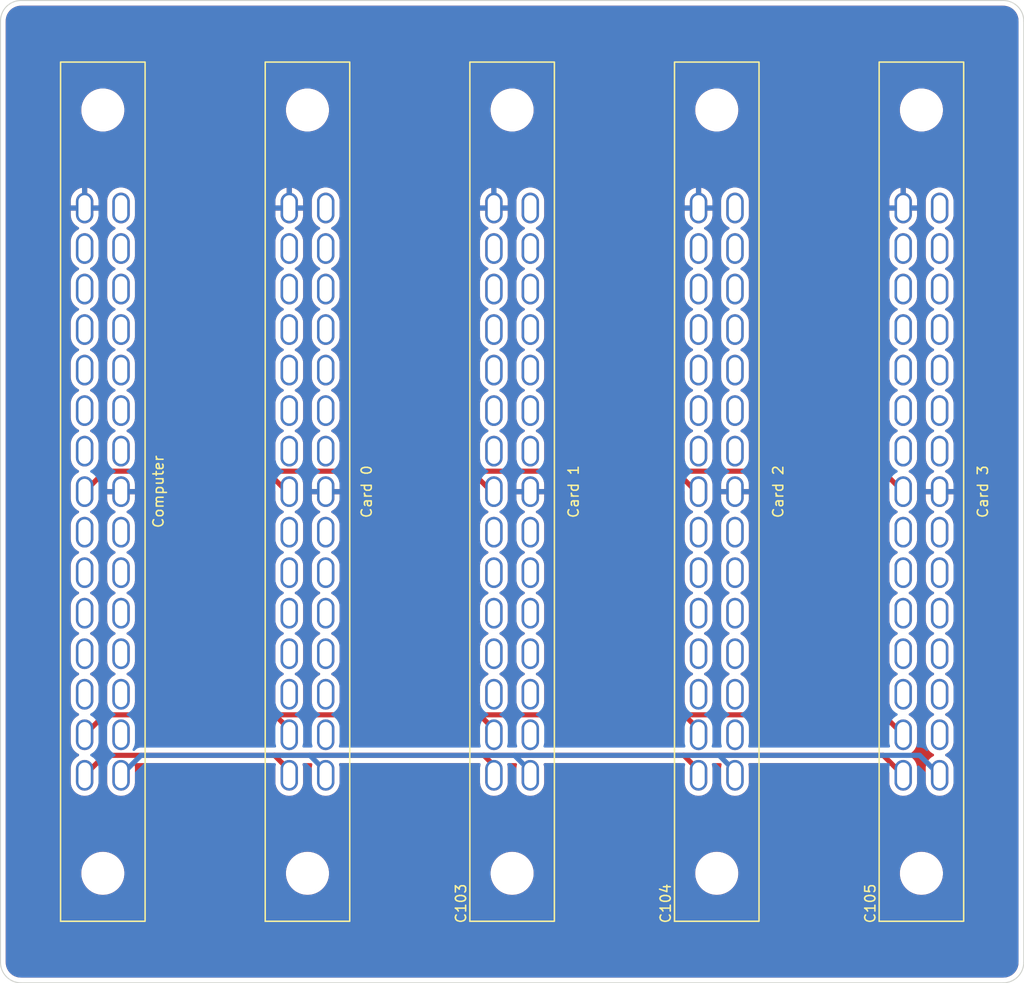
<source format=kicad_pcb>
(kicad_pcb (version 20211014) (generator pcbnew)
  (layers (0 "F.Cu" signal) (31 "B.Cu" signal) (34 "B.Paste" user) (35 "F.Paste" user) (36 "B.SilkS" user "B.Silkscreen") (37 "F.SilkS" user "F.Silkscreen") (38 "B.Mask" user) (39 "F.Mask" user) (44 "Edge.Cuts" user))
  (net 0 "")
  (net 1 "+5V")
  (net 13 "GND")
  (net 14 "+12V")
  (net 119 "/I2C_CLK")
  (net 120 "/I2C_SDA")
  (footprint "KenwoodFox:EBM15DSEH" (layer "F.Cu") (at 120 100 90)
    (fp_text reference "C102" hide)
    (fp_text value "Card 0" (at 0 5.78 90 unlocked) (layer "F.SilkS"))
    (fp_rect (start -41.985 -4.13) (end 41.985 4.13) (layer "F.SilkS") (width 0.15) (fill none))
    (pad "" np_thru_hole circle (at -37.3 0 90) (size 3.2 3.2) (drill 3.2) (layers F&B.Cu *.Mask))
    (pad "" np_thru_hole circle (at 37.3 0 90) (size 3.2 3.2) (drill 3.2) (layers F&B.Cu *.Mask))
    (pad "1" thru_hole oval (at -27.72 1.78 90) (size 3 1.7) (drill oval 2.5 1.2) (layers *.Cu *.Mask) (net 1 "+5V"))
    (pad "2" thru_hole oval (at -27.72 -1.78 90) (size 3 1.7) (drill oval 2.5 1.2) (layers *.Cu *.Mask) (net 119 "/I2C_CLK"))
    (pad "3" thru_hole oval (at -23.76 1.78 90) (size 3 1.7) (drill oval 2.5 1.2) (layers *.Cu *.Mask))
    (pad "4" thru_hole oval (at -23.76 -1.78 90) (size 3 1.7) (drill oval 2.5 1.2) (layers *.Cu *.Mask) (net 120 "/I2C_SDA"))
    (pad "5" thru_hole oval (at -19.8 1.78 90) (size 3 1.7) (drill oval 2.5 1.2) (layers *.Cu *.Mask))
    (pad "6" thru_hole oval (at -19.8 -1.78 90) (size 3 1.7) (drill oval 2.5 1.2) (layers *.Cu *.Mask))
    (pad "7" thru_hole oval (at -15.84 1.78 90) (size 3 1.7) (drill oval 2.5 1.2) (layers *.Cu *.Mask))
    (pad "8" thru_hole oval (at -15.84 -1.78 90) (size 3 1.7) (drill oval 2.5 1.2) (layers *.Cu *.Mask))
    (pad "9" thru_hole oval (at -11.88 1.78 90) (size 3 1.7) (drill oval 2.5 1.2) (layers *.Cu *.Mask))
    (pad "10" thru_hole oval (at -11.88 -1.78 90) (size 3 1.7) (drill oval 2.5 1.2) (layers *.Cu *.Mask))
    (pad "11" thru_hole oval (at -7.92 1.78 90) (size 3 1.7) (drill oval 2.5 1.2) (layers *.Cu *.Mask))
    (pad "12" thru_hole oval (at -7.92 -1.78 90) (size 3 1.7) (drill oval 2.5 1.2) (layers *.Cu *.Mask))
    (pad "13" thru_hole oval (at -3.96 1.78 90) (size 3 1.7) (drill oval 2.5 1.2) (layers *.Cu *.Mask))
    (pad "14" thru_hole oval (at -3.96 -1.78 90) (size 3 1.7) (drill oval 2.5 1.2) (layers *.Cu *.Mask))
    (pad "15" thru_hole oval (at 0 1.78 90) (size 3 1.7) (drill oval 2.5 1.2) (layers *.Cu *.Mask) (net 13 "GND"))
    (pad "16" thru_hole oval (at 0 -1.78 90) (size 3 1.7) (drill oval 2.5 1.2) (layers *.Cu *.Mask) (net 14 "+12V"))
    (pad "17" thru_hole oval (at 3.96 1.78 90) (size 3 1.7) (drill oval 2.5 1.2) (layers *.Cu *.Mask))
    (pad "18" thru_hole oval (at 3.96 -1.78 90) (size 3 1.7) (drill oval 2.5 1.2) (layers *.Cu *.Mask))
    (pad "19" thru_hole oval (at 7.92 1.78 90) (size 3 1.7) (drill oval 2.5 1.2) (layers *.Cu *.Mask))
    (pad "20" thru_hole oval (at 7.92 -1.78 90) (size 3 1.7) (drill oval 2.5 1.2) (layers *.Cu *.Mask))
    (pad "21" thru_hole oval (at 11.88 1.78 90) (size 3 1.7) (drill oval 2.5 1.2) (layers *.Cu *.Mask))
    (pad "22" thru_hole oval (at 11.88 -1.78 90) (size 3 1.7) (drill oval 2.5 1.2) (layers *.Cu *.Mask))
    (pad "23" thru_hole oval (at 15.84 1.78 90) (size 3 1.7) (drill oval 2.5 1.2) (layers *.Cu *.Mask))
    (pad "24" thru_hole oval (at 15.84 -1.78 90) (size 3 1.7) (drill oval 2.5 1.2) (layers *.Cu *.Mask))
    (pad "25" thru_hole oval (at 19.8 1.78 90) (size 3 1.7) (drill oval 2.5 1.2) (layers *.Cu *.Mask))
    (pad "26" thru_hole oval (at 19.8 -1.78 90) (size 3 1.7) (drill oval 2.5 1.2) (layers *.Cu *.Mask))
    (pad "27" thru_hole oval (at 23.76 1.78 90) (size 3 1.7) (drill oval 2.5 1.2) (layers *.Cu *.Mask))
    (pad "28" thru_hole oval (at 23.76 -1.78 90) (size 3 1.7) (drill oval 2.5 1.2) (layers *.Cu *.Mask))
    (pad "29" thru_hole oval (at 27.72 1.78 90) (size 3 1.7) (drill oval 2.5 1.2) (layers *.Cu *.Mask))
    (pad "30" thru_hole oval (at 27.72 -1.78 90) (size 3 1.7) (drill oval 2.5 1.2) (layers *.Cu *.Mask) (net 13 "GND"))
  )
  (footprint "KenwoodFox:EBM15DSEH" (layer "F.Cu") (at 140 100 90)
    (fp_text reference "C103" (at -40.25 -5 90 unlocked) (layer "F.SilkS"))
    (fp_text value "Card 1" (at 0 6 90 unlocked) (layer "F.SilkS"))
    (fp_rect (start -41.985 -4.13) (end 41.985 4.13) (layer "F.SilkS") (width 0.15) (fill none))
    (pad "" np_thru_hole circle (at 37.3 0 90) (size 3.2 3.2) (drill 3.2) (layers F&B.Cu *.Mask))
    (pad "" np_thru_hole circle (at -37.3 0 90) (size 3.2 3.2) (drill 3.2) (layers F&B.Cu *.Mask))
    (pad "1" thru_hole oval (at -27.72 1.78 90) (size 3 1.7) (drill oval 2.5 1.2) (layers *.Cu *.Mask) (net 1 "+5V"))
    (pad "2" thru_hole oval (at -27.72 -1.78 90) (size 3 1.7) (drill oval 2.5 1.2) (layers *.Cu *.Mask) (net 119 "/I2C_CLK"))
    (pad "3" thru_hole oval (at -23.76 1.78 90) (size 3 1.7) (drill oval 2.5 1.2) (layers *.Cu *.Mask))
    (pad "4" thru_hole oval (at -23.76 -1.78 90) (size 3 1.7) (drill oval 2.5 1.2) (layers *.Cu *.Mask) (net 120 "/I2C_SDA"))
    (pad "5" thru_hole oval (at -19.8 1.78 90) (size 3 1.7) (drill oval 2.5 1.2) (layers *.Cu *.Mask))
    (pad "6" thru_hole oval (at -19.8 -1.78 90) (size 3 1.7) (drill oval 2.5 1.2) (layers *.Cu *.Mask))
    (pad "7" thru_hole oval (at -15.84 1.78 90) (size 3 1.7) (drill oval 2.5 1.2) (layers *.Cu *.Mask))
    (pad "8" thru_hole oval (at -15.84 -1.78 90) (size 3 1.7) (drill oval 2.5 1.2) (layers *.Cu *.Mask))
    (pad "9" thru_hole oval (at -11.88 1.78 90) (size 3 1.7) (drill oval 2.5 1.2) (layers *.Cu *.Mask))
    (pad "10" thru_hole oval (at -11.88 -1.78 90) (size 3 1.7) (drill oval 2.5 1.2) (layers *.Cu *.Mask))
    (pad "11" thru_hole oval (at -7.92 1.78 90) (size 3 1.7) (drill oval 2.5 1.2) (layers *.Cu *.Mask))
    (pad "12" thru_hole oval (at -7.92 -1.78 90) (size 3 1.7) (drill oval 2.5 1.2) (layers *.Cu *.Mask))
    (pad "13" thru_hole oval (at -3.96 1.78 90) (size 3 1.7) (drill oval 2.5 1.2) (layers *.Cu *.Mask))
    (pad "14" thru_hole oval (at -3.96 -1.78 90) (size 3 1.7) (drill oval 2.5 1.2) (layers *.Cu *.Mask))
    (pad "15" thru_hole oval (at 0 1.78 90) (size 3 1.7) (drill oval 2.5 1.2) (layers *.Cu *.Mask) (net 13 "GND"))
    (pad "16" thru_hole oval (at 0 -1.78 90) (size 3 1.7) (drill oval 2.5 1.2) (layers *.Cu *.Mask) (net 14 "+12V"))
    (pad "17" thru_hole oval (at 3.96 1.78 90) (size 3 1.7) (drill oval 2.5 1.2) (layers *.Cu *.Mask))
    (pad "18" thru_hole oval (at 3.96 -1.78 90) (size 3 1.7) (drill oval 2.5 1.2) (layers *.Cu *.Mask))
    (pad "19" thru_hole oval (at 7.92 1.78 90) (size 3 1.7) (drill oval 2.5 1.2) (layers *.Cu *.Mask))
    (pad "20" thru_hole oval (at 7.92 -1.78 90) (size 3 1.7) (drill oval 2.5 1.2) (layers *.Cu *.Mask))
    (pad "21" thru_hole oval (at 11.88 1.78 90) (size 3 1.7) (drill oval 2.5 1.2) (layers *.Cu *.Mask))
    (pad "22" thru_hole oval (at 11.88 -1.78 90) (size 3 1.7) (drill oval 2.5 1.2) (layers *.Cu *.Mask))
    (pad "23" thru_hole oval (at 15.84 1.78 90) (size 3 1.7) (drill oval 2.5 1.2) (layers *.Cu *.Mask))
    (pad "24" thru_hole oval (at 15.84 -1.78 90) (size 3 1.7) (drill oval 2.5 1.2) (layers *.Cu *.Mask))
    (pad "25" thru_hole oval (at 19.8 1.78 90) (size 3 1.7) (drill oval 2.5 1.2) (layers *.Cu *.Mask))
    (pad "26" thru_hole oval (at 19.8 -1.78 90) (size 3 1.7) (drill oval 2.5 1.2) (layers *.Cu *.Mask))
    (pad "27" thru_hole oval (at 23.76 1.78 90) (size 3 1.7) (drill oval 2.5 1.2) (layers *.Cu *.Mask))
    (pad "28" thru_hole oval (at 23.76 -1.78 90) (size 3 1.7) (drill oval 2.5 1.2) (layers *.Cu *.Mask))
    (pad "29" thru_hole oval (at 27.72 1.78 90) (size 3 1.7) (drill oval 2.5 1.2) (layers *.Cu *.Mask))
    (pad "30" thru_hole oval (at 27.72 -1.78 90) (size 3 1.7) (drill oval 2.5 1.2) (layers *.Cu *.Mask) (net 13 "GND"))
  )
  (footprint "KenwoodFox:EBM15DSEH" (layer "F.Cu") (at 180 100 90)
    (fp_text reference "C105" (at -40.25 -5 90 unlocked) (layer "F.SilkS"))
    (fp_text value "Card 3" (at 0 6 90 unlocked) (layer "F.SilkS"))
    (fp_rect (start -41.985 -4.13) (end 41.985 4.13) (layer "F.SilkS") (width 0.15) (fill none))
    (pad "" np_thru_hole circle (at 37.3 0 90) (size 3.2 3.2) (drill 3.2) (layers F&B.Cu *.Mask))
    (pad "" np_thru_hole circle (at -37.3 0 90) (size 3.2 3.2) (drill 3.2) (layers F&B.Cu *.Mask))
    (pad "1" thru_hole oval (at -27.72 1.78 90) (size 3 1.7) (drill oval 2.5 1.2) (layers *.Cu *.Mask) (net 1 "+5V"))
    (pad "2" thru_hole oval (at -27.72 -1.78 90) (size 3 1.7) (drill oval 2.5 1.2) (layers *.Cu *.Mask) (net 119 "/I2C_CLK"))
    (pad "3" thru_hole oval (at -23.76 1.78 90) (size 3 1.7) (drill oval 2.5 1.2) (layers *.Cu *.Mask))
    (pad "4" thru_hole oval (at -23.76 -1.78 90) (size 3 1.7) (drill oval 2.5 1.2) (layers *.Cu *.Mask) (net 120 "/I2C_SDA"))
    (pad "5" thru_hole oval (at -19.8 1.78 90) (size 3 1.7) (drill oval 2.5 1.2) (layers *.Cu *.Mask))
    (pad "6" thru_hole oval (at -19.8 -1.78 90) (size 3 1.7) (drill oval 2.5 1.2) (layers *.Cu *.Mask))
    (pad "7" thru_hole oval (at -15.84 1.78 90) (size 3 1.7) (drill oval 2.5 1.2) (layers *.Cu *.Mask))
    (pad "8" thru_hole oval (at -15.84 -1.78 90) (size 3 1.7) (drill oval 2.5 1.2) (layers *.Cu *.Mask))
    (pad "9" thru_hole oval (at -11.88 1.78 90) (size 3 1.7) (drill oval 2.5 1.2) (layers *.Cu *.Mask))
    (pad "10" thru_hole oval (at -11.88 -1.78 90) (size 3 1.7) (drill oval 2.5 1.2) (layers *.Cu *.Mask))
    (pad "11" thru_hole oval (at -7.92 1.78 90) (size 3 1.7) (drill oval 2.5 1.2) (layers *.Cu *.Mask))
    (pad "12" thru_hole oval (at -7.92 -1.78 90) (size 3 1.7) (drill oval 2.5 1.2) (layers *.Cu *.Mask))
    (pad "13" thru_hole oval (at -3.96 1.78 90) (size 3 1.7) (drill oval 2.5 1.2) (layers *.Cu *.Mask))
    (pad "14" thru_hole oval (at -3.96 -1.78 90) (size 3 1.7) (drill oval 2.5 1.2) (layers *.Cu *.Mask))
    (pad "15" thru_hole oval (at 0 1.78 90) (size 3 1.7) (drill oval 2.5 1.2) (layers *.Cu *.Mask) (net 13 "GND"))
    (pad "16" thru_hole oval (at 0 -1.78 90) (size 3 1.7) (drill oval 2.5 1.2) (layers *.Cu *.Mask) (net 14 "+12V"))
    (pad "17" thru_hole oval (at 3.96 1.78 90) (size 3 1.7) (drill oval 2.5 1.2) (layers *.Cu *.Mask))
    (pad "18" thru_hole oval (at 3.96 -1.78 90) (size 3 1.7) (drill oval 2.5 1.2) (layers *.Cu *.Mask))
    (pad "19" thru_hole oval (at 7.92 1.78 90) (size 3 1.7) (drill oval 2.5 1.2) (layers *.Cu *.Mask))
    (pad "20" thru_hole oval (at 7.92 -1.78 90) (size 3 1.7) (drill oval 2.5 1.2) (layers *.Cu *.Mask))
    (pad "21" thru_hole oval (at 11.88 1.78 90) (size 3 1.7) (drill oval 2.5 1.2) (layers *.Cu *.Mask))
    (pad "22" thru_hole oval (at 11.88 -1.78 90) (size 3 1.7) (drill oval 2.5 1.2) (layers *.Cu *.Mask))
    (pad "23" thru_hole oval (at 15.84 1.78 90) (size 3 1.7) (drill oval 2.5 1.2) (layers *.Cu *.Mask))
    (pad "24" thru_hole oval (at 15.84 -1.78 90) (size 3 1.7) (drill oval 2.5 1.2) (layers *.Cu *.Mask))
    (pad "25" thru_hole oval (at 19.8 1.78 90) (size 3 1.7) (drill oval 2.5 1.2) (layers *.Cu *.Mask))
    (pad "26" thru_hole oval (at 19.8 -1.78 90) (size 3 1.7) (drill oval 2.5 1.2) (layers *.Cu *.Mask))
    (pad "27" thru_hole oval (at 23.76 1.78 90) (size 3 1.7) (drill oval 2.5 1.2) (layers *.Cu *.Mask))
    (pad "28" thru_hole oval (at 23.76 -1.78 90) (size 3 1.7) (drill oval 2.5 1.2) (layers *.Cu *.Mask))
    (pad "29" thru_hole oval (at 27.72 1.78 90) (size 3 1.7) (drill oval 2.5 1.2) (layers *.Cu *.Mask))
    (pad "30" thru_hole oval (at 27.72 -1.78 90) (size 3 1.7) (drill oval 2.5 1.2) (layers *.Cu *.Mask) (net 13 "GND"))
  )
  (footprint "KenwoodFox:EBM15DSEH" (layer "F.Cu") (at 100 100 90)
    (fp_text reference "C101" hide)
    (fp_text value "Computer" (at 0 5.43 90 unlocked) (layer "F.SilkS"))
    (fp_rect (start -41.985 -4.13) (end 41.985 4.13) (layer "F.SilkS") (width 0.15) (fill none))
    (pad "" np_thru_hole circle (at 37.3 0 90) (size 3.2 3.2) (drill 3.2) (layers F&B.Cu *.Mask))
    (pad "" np_thru_hole circle (at -37.3 0 90) (size 3.2 3.2) (drill 3.2) (layers F&B.Cu *.Mask))
    (pad "1" thru_hole oval (at -27.72 1.78 90) (size 3 1.7) (drill oval 2.5 1.2) (layers *.Cu *.Mask) (net 1 "+5V"))
    (pad "2" thru_hole oval (at -27.72 -1.78 90) (size 3 1.7) (drill oval 2.5 1.2) (layers *.Cu *.Mask) (net 119 "/I2C_CLK"))
    (pad "3" thru_hole oval (at -23.76 1.78 90) (size 3 1.7) (drill oval 2.5 1.2) (layers *.Cu *.Mask))
    (pad "4" thru_hole oval (at -23.76 -1.78 90) (size 3 1.7) (drill oval 2.5 1.2) (layers *.Cu *.Mask) (net 120 "/I2C_SDA"))
    (pad "5" thru_hole oval (at -19.8 1.78 90) (size 3 1.7) (drill oval 2.5 1.2) (layers *.Cu *.Mask))
    (pad "6" thru_hole oval (at -19.8 -1.78 90) (size 3 1.7) (drill oval 2.5 1.2) (layers *.Cu *.Mask))
    (pad "7" thru_hole oval (at -15.84 1.78 90) (size 3 1.7) (drill oval 2.5 1.2) (layers *.Cu *.Mask))
    (pad "8" thru_hole oval (at -15.84 -1.78 90) (size 3 1.7) (drill oval 2.5 1.2) (layers *.Cu *.Mask))
    (pad "9" thru_hole oval (at -11.88 1.78 90) (size 3 1.7) (drill oval 2.5 1.2) (layers *.Cu *.Mask))
    (pad "10" thru_hole oval (at -11.88 -1.78 90) (size 3 1.7) (drill oval 2.5 1.2) (layers *.Cu *.Mask))
    (pad "11" thru_hole oval (at -7.92 1.78 90) (size 3 1.7) (drill oval 2.5 1.2) (layers *.Cu *.Mask))
    (pad "12" thru_hole oval (at -7.92 -1.78 90) (size 3 1.7) (drill oval 2.5 1.2) (layers *.Cu *.Mask))
    (pad "13" thru_hole oval (at -3.96 1.78 90) (size 3 1.7) (drill oval 2.5 1.2) (layers *.Cu *.Mask))
    (pad "14" thru_hole oval (at -3.96 -1.78 90) (size 3 1.7) (drill oval 2.5 1.2) (layers *.Cu *.Mask))
    (pad "15" thru_hole oval (at 0 1.78 90) (size 3 1.7) (drill oval 2.5 1.2) (layers *.Cu *.Mask) (net 13 "GND"))
    (pad "16" thru_hole oval (at 0 -1.78 90) (size 3 1.7) (drill oval 2.5 1.2) (layers *.Cu *.Mask) (net 14 "+12V"))
    (pad "17" thru_hole oval (at 3.96 1.78 90) (size 3 1.7) (drill oval 2.5 1.2) (layers *.Cu *.Mask))
    (pad "18" thru_hole oval (at 3.96 -1.78 90) (size 3 1.7) (drill oval 2.5 1.2) (layers *.Cu *.Mask))
    (pad "19" thru_hole oval (at 7.92 1.78 90) (size 3 1.7) (drill oval 2.5 1.2) (layers *.Cu *.Mask))
    (pad "20" thru_hole oval (at 7.92 -1.78 90) (size 3 1.7) (drill oval 2.5 1.2) (layers *.Cu *.Mask))
    (pad "21" thru_hole oval (at 11.88 1.78 90) (size 3 1.7) (drill oval 2.5 1.2) (layers *.Cu *.Mask))
    (pad "22" thru_hole oval (at 11.88 -1.78 90) (size 3 1.7) (drill oval 2.5 1.2) (layers *.Cu *.Mask))
    (pad "23" thru_hole oval (at 15.84 1.78 90) (size 3 1.7) (drill oval 2.5 1.2) (layers *.Cu *.Mask))
    (pad "24" thru_hole oval (at 15.84 -1.78 90) (size 3 1.7) (drill oval 2.5 1.2) (layers *.Cu *.Mask))
    (pad "25" thru_hole oval (at 19.8 1.78 90) (size 3 1.7) (drill oval 2.5 1.2) (layers *.Cu *.Mask))
    (pad "26" thru_hole oval (at 19.8 -1.78 90) (size 3 1.7) (drill oval 2.5 1.2) (layers *.Cu *.Mask))
    (pad "27" thru_hole oval (at 23.76 1.78 90) (size 3 1.7) (drill oval 2.5 1.2) (layers *.Cu *.Mask))
    (pad "28" thru_hole oval (at 23.76 -1.78 90) (size 3 1.7) (drill oval 2.5 1.2) (layers *.Cu *.Mask))
    (pad "29" thru_hole oval (at 27.72 1.78 90) (size 3 1.7) (drill oval 2.5 1.2) (layers *.Cu *.Mask))
    (pad "30" thru_hole oval (at 27.72 -1.78 90) (size 3 1.7) (drill oval 2.5 1.2) (layers *.Cu *.Mask) (net 13 "GND"))
  )
  (footprint "KenwoodFox:EBM15DSEH" (layer "F.Cu") (at 160 100 90)
    (fp_text reference "C104" (at -40.25 -5 90 unlocked) (layer "F.SilkS"))
    (fp_text value "Card 2" (at 0 6 90 unlocked) (layer "F.SilkS"))
    (fp_rect (start -41.985 -4.13) (end 41.985 4.13) (layer "F.SilkS") (width 0.15) (fill none))
    (pad "" np_thru_hole circle (at -37.3 0 90) (size 3.2 3.2) (drill 3.2) (layers F&B.Cu *.Mask))
    (pad "" np_thru_hole circle (at 37.3 0 90) (size 3.2 3.2) (drill 3.2) (layers F&B.Cu *.Mask))
    (pad "1" thru_hole oval (at -27.72 1.78 90) (size 3 1.7) (drill oval 2.5 1.2) (layers *.Cu *.Mask) (net 1 "+5V"))
    (pad "2" thru_hole oval (at -27.72 -1.78 90) (size 3 1.7) (drill oval 2.5 1.2) (layers *.Cu *.Mask) (net 119 "/I2C_CLK"))
    (pad "3" thru_hole oval (at -23.76 1.78 90) (size 3 1.7) (drill oval 2.5 1.2) (layers *.Cu *.Mask))
    (pad "4" thru_hole oval (at -23.76 -1.78 90) (size 3 1.7) (drill oval 2.5 1.2) (layers *.Cu *.Mask) (net 120 "/I2C_SDA"))
    (pad "5" thru_hole oval (at -19.8 1.78 90) (size 3 1.7) (drill oval 2.5 1.2) (layers *.Cu *.Mask))
    (pad "6" thru_hole oval (at -19.8 -1.78 90) (size 3 1.7) (drill oval 2.5 1.2) (layers *.Cu *.Mask))
    (pad "7" thru_hole oval (at -15.84 1.78 90) (size 3 1.7) (drill oval 2.5 1.2) (layers *.Cu *.Mask))
    (pad "8" thru_hole oval (at -15.84 -1.78 90) (size 3 1.7) (drill oval 2.5 1.2) (layers *.Cu *.Mask))
    (pad "9" thru_hole oval (at -11.88 1.78 90) (size 3 1.7) (drill oval 2.5 1.2) (layers *.Cu *.Mask))
    (pad "10" thru_hole oval (at -11.88 -1.78 90) (size 3 1.7) (drill oval 2.5 1.2) (layers *.Cu *.Mask))
    (pad "11" thru_hole oval (at -7.92 1.78 90) (size 3 1.7) (drill oval 2.5 1.2) (layers *.Cu *.Mask))
    (pad "12" thru_hole oval (at -7.92 -1.78 90) (size 3 1.7) (drill oval 2.5 1.2) (layers *.Cu *.Mask))
    (pad "13" thru_hole oval (at -3.96 1.78 90) (size 3 1.7) (drill oval 2.5 1.2) (layers *.Cu *.Mask))
    (pad "14" thru_hole oval (at -3.96 -1.78 90) (size 3 1.7) (drill oval 2.5 1.2) (layers *.Cu *.Mask))
    (pad "15" thru_hole oval (at 0 1.78 90) (size 3 1.7) (drill oval 2.5 1.2) (layers *.Cu *.Mask) (net 13 "GND"))
    (pad "16" thru_hole oval (at 0 -1.78 90) (size 3 1.7) (drill oval 2.5 1.2) (layers *.Cu *.Mask) (net 14 "+12V"))
    (pad "17" thru_hole oval (at 3.96 1.78 90) (size 3 1.7) (drill oval 2.5 1.2) (layers *.Cu *.Mask))
    (pad "18" thru_hole oval (at 3.96 -1.78 90) (size 3 1.7) (drill oval 2.5 1.2) (layers *.Cu *.Mask))
    (pad "19" thru_hole oval (at 7.92 1.78 90) (size 3 1.7) (drill oval 2.5 1.2) (layers *.Cu *.Mask))
    (pad "20" thru_hole oval (at 7.92 -1.78 90) (size 3 1.7) (drill oval 2.5 1.2) (layers *.Cu *.Mask))
    (pad "21" thru_hole oval (at 11.88 1.78 90) (size 3 1.7) (drill oval 2.5 1.2) (layers *.Cu *.Mask))
    (pad "22" thru_hole oval (at 11.88 -1.78 90) (size 3 1.7) (drill oval 2.5 1.2) (layers *.Cu *.Mask))
    (pad "23" thru_hole oval (at 15.84 1.78 90) (size 3 1.7) (drill oval 2.5 1.2) (layers *.Cu *.Mask))
    (pad "24" thru_hole oval (at 15.84 -1.78 90) (size 3 1.7) (drill oval 2.5 1.2) (layers *.Cu *.Mask))
    (pad "25" thru_hole oval (at 19.8 1.78 90) (size 3 1.7) (drill oval 2.5 1.2) (layers *.Cu *.Mask))
    (pad "26" thru_hole oval (at 19.8 -1.78 90) (size 3 1.7) (drill oval 2.5 1.2) (layers *.Cu *.Mask))
    (pad "27" thru_hole oval (at 23.76 1.78 90) (size 3 1.7) (drill oval 2.5 1.2) (layers *.Cu *.Mask))
    (pad "28" thru_hole oval (at 23.76 -1.78 90) (size 3 1.7) (drill oval 2.5 1.2) (layers *.Cu *.Mask))
    (pad "29" thru_hole oval (at 27.72 1.78 90) (size 3 1.7) (drill oval 2.5 1.2) (layers *.Cu *.Mask))
    (pad "30" thru_hole oval (at 27.72 -1.78 90) (size 3 1.7) (drill oval 2.5 1.2) (layers *.Cu *.Mask) (net 13 "GND"))
  )
  (gr_arc (start 90 54) (mid 90.585786 52.585786) (end 92 52) (layer "Edge.Cuts") (width 0.1))
  (gr_line (start 90 54) (end 90 146) (layer "Edge.Cuts") (width 0.1))
  (gr_line (start 92 52) (end 188 52) (layer "Edge.Cuts") (width 0.1))
  (gr_arc (start 188 52) (mid 189.414214 52.585786) (end 190 54) (layer "Edge.Cuts") (width 0.1))
  (gr_arc (start 92 148) (mid 90.585786 147.414214) (end 90 146) (layer "Edge.Cuts") (width 0.1))
  (gr_arc (start 190 146) (mid 189.414214 147.414214) (end 188 148) (layer "Edge.Cuts") (width 0.1))
  (gr_line (start 190 54) (end 190 146) (layer "Edge.Cuts") (width 0.1))
  (gr_line (start 188 148) (end 92 148) (layer "Edge.Cuts") (width 0.1))
  (segment (start 141.78 127.72) (end 141.78 127.32) (width 0.5) (layer "B.Cu") (net 1))
  (segment (start 160.23 125.77) (end 179.83 125.77) (width 0.5) (layer "B.Cu") (net 1))
  (segment (start 161.78 127.72) (end 161.78 127.32) (width 0.5) (layer "B.Cu") (net 1))
  (segment (start 120.23 125.77) (end 140.23 125.77) (width 0.5) (layer "B.Cu") (net 1))
  (segment (start 140.23 125.77) (end 160.23 125.77) (width 0.5) (layer "B.Cu") (net 1))
  (segment (start 179.83 125.77) (end 181.78 127.72) (width 0.5) (layer "B.Cu") (net 1))
  (segment (start 121.78 127.32) (end 120.23 125.77) (width 0.5) (layer "B.Cu") (net 1))
  (segment (start 141.78 127.32) (end 140.23 125.77) (width 0.5) (layer "B.Cu") (net 1))
  (segment (start 121.78 127.72) (end 121.78 127.32) (width 0.5) (layer "B.Cu") (net 1))
  (segment (start 161.78 127.32) (end 160.23 125.77) (width 0.5) (layer "B.Cu") (net 1))
  (segment (start 103.73 125.77) (end 120.23 125.77) (width 0.5) (layer "B.Cu") (net 1))
  (segment (start 101.78 127.72) (end 103.73 125.77) (width 0.5) (layer "B.Cu") (net 1))
  (segment (start 176.22 98) (end 178.22 100) (width 0.5) (layer "F.Cu") (net 14))
  (segment (start 138.22 100) (end 138 100) (width 0.5) (layer "F.Cu") (net 14))
  (segment (start 138 100) (end 136 98) (width 0.5) (layer "F.Cu") (net 14))
  (segment (start 158 100) (end 156 98) (width 0.5) (layer "F.Cu") (net 14))
  (segment (start 118 100) (end 116 98) (width 0.5) (layer "F.Cu") (net 14))
  (segment (start 98.22 100) (end 100.22 98) (width 0.5) (layer "F.Cu") (net 14))
  (segment (start 156 98) (end 176.22 98) (width 0.5) (layer "F.Cu") (net 14))
  (segment (start 100.22 98) (end 156 98) (width 0.5) (layer "F.Cu") (net 14))
  (segment (start 118.22 100) (end 118 100) (width 0.5) (layer "F.Cu") (net 14))
  (segment (start 158.22 100) (end 158 100) (width 0.5) (layer "F.Cu") (net 14))
  (segment (start 116.77 125.77) (end 137.23 125.77) (width 0.5) (layer "F.Cu") (net 119))
  (segment (start 100.17 125.77) (end 116.77 125.77) (width 0.5) (layer "F.Cu") (net 119))
  (segment (start 158.22 127.72) (end 158.22 127.22) (width 0.5) (layer "F.Cu") (net 119))
  (segment (start 118.22 127.72) (end 118.22 127.22) (width 0.5) (layer "F.Cu") (net 119))
  (segment (start 138.22 127.72) (end 138.22 126.76) (width 0.5) (layer "F.Cu") (net 119))
  (segment (start 176.27 125.77) (end 178.22 127.72) (width 0.5) (layer "F.Cu") (net 119))
  (segment (start 156.77 125.77) (end 176.27 125.77) (width 0.5) (layer "F.Cu") (net 119))
  (segment (start 138.22 126.76) (end 137.23 125.77) (width 0.5) (layer "F.Cu") (net 119))
  (segment (start 158.22 127.22) (end 156.77 125.77) (width 0.5) (layer "F.Cu") (net 119))
  (segment (start 137.23 125.77) (end 156.77 125.77) (width 0.5) (layer "F.Cu") (net 119))
  (segment (start 98.22 127.72) (end 100.17 125.77) (width 0.5) (layer "F.Cu") (net 119))
  (segment (start 118.22 127.22) (end 116.77 125.77) (width 0.5) (layer "F.Cu") (net 119))
  (segment (start 116.81 121.81) (end 136.81 121.81) (width 0.5) (layer "F.Cu") (net 120))
  (segment (start 158.22 123.76) (end 158.22 123.22) (width 0.5) (layer "F.Cu") (net 120))
  (segment (start 158.22 123.22) (end 156.81 121.81) (width 0.5) (layer "F.Cu") (net 120))
  (segment (start 98.22 123.76) (end 100.17 121.81) (width 0.5) (layer "F.Cu") (net 120))
  (segment (start 118.22 123.76) (end 118.22 123.22) (width 0.5) (layer "F.Cu") (net 120))
  (segment (start 176.27 121.81) (end 178.22 123.76) (width 0.5) (layer "F.Cu") (net 120))
  (segment (start 136.81 121.81) (end 156.81 121.81) (width 0.5) (layer "F.Cu") (net 120))
  (segment (start 156.81 121.81) (end 176.27 121.81) (width 0.5) (layer "F.Cu") (net 120))
  (segment (start 138.22 123.76) (end 138.22 123.22) (width 0.5) (layer "F.Cu") (net 120))
  (segment (start 100.17 121.81) (end 116.81 121.81) (width 0.5) (layer "F.Cu") (net 120))
  (segment (start 118.22 123.22) (end 116.81 121.81) (width 0.5) (layer "F.Cu") (net 120))
  (segment (start 138.22 123.22) (end 136.81 121.81) (width 0.5) (layer "F.Cu") (net 120))
  (zone (net 13) (net_name "GND") (layers F&B.Cu) (connect_pads (clearance 0.508)) (min_thickness 0.254) (fill yes (thermal_gap 0.508) (thermal_bridge_width 0.508))
    (polygon (pts (xy 190 148) (xy 90 148) (xy 90 52) (xy 190 52)))
  )
)
</source>
